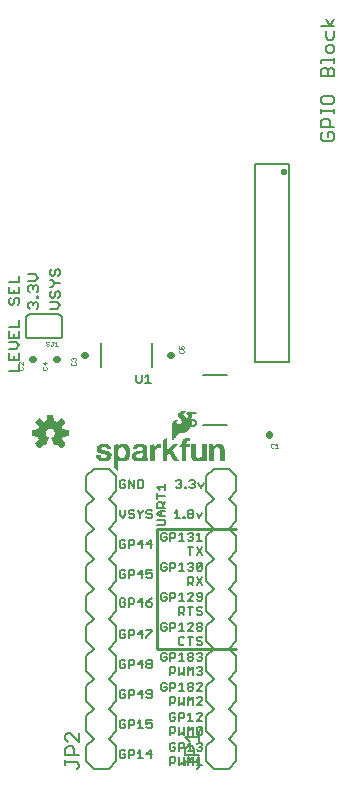
<source format=gbr>
G04 EAGLE Gerber RS-274X export*
G75*
%MOMM*%
%FSLAX34Y34*%
%LPD*%
%INSilkscreen Top*%
%IPPOS*%
%AMOC8*
5,1,8,0,0,1.08239X$1,22.5*%
G01*
%ADD10C,0.203200*%
%ADD11C,0.127000*%
%ADD12C,0.254000*%
%ADD13C,0.152400*%
%ADD14C,0.304800*%
%ADD15C,0.558800*%
%ADD16C,0.025400*%

G36*
X67740Y5226D02*
X67740Y5226D01*
X67848Y5236D01*
X67861Y5242D01*
X67875Y5244D01*
X67972Y5292D01*
X68071Y5337D01*
X68084Y5348D01*
X68093Y5352D01*
X68108Y5368D01*
X68185Y5430D01*
X70770Y8015D01*
X70833Y8104D01*
X70899Y8189D01*
X70904Y8202D01*
X70912Y8214D01*
X70943Y8317D01*
X70979Y8420D01*
X70979Y8434D01*
X70983Y8447D01*
X70979Y8555D01*
X70980Y8664D01*
X70975Y8677D01*
X70975Y8691D01*
X70937Y8793D01*
X70902Y8895D01*
X70893Y8910D01*
X70889Y8919D01*
X70875Y8936D01*
X70821Y9018D01*
X68057Y12408D01*
X68614Y13490D01*
X68620Y13510D01*
X68662Y13605D01*
X69033Y14764D01*
X73384Y15207D01*
X73488Y15235D01*
X73594Y15260D01*
X73606Y15267D01*
X73619Y15270D01*
X73709Y15331D01*
X73802Y15388D01*
X73810Y15399D01*
X73822Y15407D01*
X73888Y15493D01*
X73957Y15577D01*
X73961Y15590D01*
X73970Y15601D01*
X74004Y15704D01*
X74043Y15805D01*
X74044Y15823D01*
X74048Y15832D01*
X74048Y15854D01*
X74057Y15952D01*
X74057Y19608D01*
X74040Y19715D01*
X74026Y19823D01*
X74020Y19835D01*
X74018Y19849D01*
X73966Y19945D01*
X73919Y20042D01*
X73909Y20052D01*
X73903Y20064D01*
X73823Y20138D01*
X73747Y20215D01*
X73735Y20221D01*
X73725Y20231D01*
X73626Y20276D01*
X73529Y20324D01*
X73511Y20328D01*
X73502Y20332D01*
X73481Y20334D01*
X73384Y20353D01*
X69033Y20796D01*
X68662Y21955D01*
X68653Y21972D01*
X68651Y21980D01*
X68647Y21987D01*
X68614Y22070D01*
X68057Y23152D01*
X70821Y26542D01*
X70875Y26636D01*
X70932Y26728D01*
X70935Y26741D01*
X70942Y26753D01*
X70963Y26860D01*
X70988Y26965D01*
X70986Y26979D01*
X70989Y26993D01*
X70974Y27100D01*
X70964Y27208D01*
X70958Y27221D01*
X70956Y27235D01*
X70908Y27332D01*
X70863Y27431D01*
X70852Y27444D01*
X70848Y27453D01*
X70832Y27468D01*
X70770Y27545D01*
X68185Y30130D01*
X68096Y30193D01*
X68011Y30259D01*
X67998Y30264D01*
X67986Y30272D01*
X67883Y30303D01*
X67780Y30339D01*
X67766Y30339D01*
X67753Y30343D01*
X67645Y30339D01*
X67536Y30340D01*
X67523Y30335D01*
X67509Y30335D01*
X67407Y30297D01*
X67305Y30262D01*
X67290Y30253D01*
X67281Y30249D01*
X67264Y30235D01*
X67182Y30181D01*
X63792Y27417D01*
X62710Y27974D01*
X62690Y27980D01*
X62595Y28022D01*
X61436Y28393D01*
X60993Y32744D01*
X60965Y32848D01*
X60940Y32954D01*
X60933Y32966D01*
X60930Y32979D01*
X60869Y33069D01*
X60812Y33162D01*
X60801Y33170D01*
X60793Y33182D01*
X60707Y33248D01*
X60623Y33317D01*
X60610Y33321D01*
X60599Y33330D01*
X60496Y33364D01*
X60395Y33403D01*
X60377Y33404D01*
X60368Y33408D01*
X60346Y33408D01*
X60248Y33417D01*
X56592Y33417D01*
X56485Y33400D01*
X56377Y33386D01*
X56365Y33380D01*
X56351Y33378D01*
X56255Y33326D01*
X56158Y33279D01*
X56148Y33269D01*
X56136Y33263D01*
X56062Y33183D01*
X55985Y33107D01*
X55979Y33095D01*
X55969Y33085D01*
X55924Y32986D01*
X55876Y32889D01*
X55872Y32871D01*
X55868Y32862D01*
X55866Y32841D01*
X55847Y32744D01*
X55404Y28393D01*
X54245Y28022D01*
X54227Y28012D01*
X54130Y27974D01*
X53048Y27417D01*
X49658Y30181D01*
X49564Y30235D01*
X49472Y30292D01*
X49459Y30295D01*
X49447Y30302D01*
X49340Y30323D01*
X49235Y30348D01*
X49221Y30346D01*
X49207Y30349D01*
X49100Y30334D01*
X48992Y30324D01*
X48979Y30318D01*
X48966Y30316D01*
X48868Y30268D01*
X48769Y30223D01*
X48756Y30212D01*
X48747Y30208D01*
X48732Y30192D01*
X48655Y30130D01*
X46070Y27545D01*
X46007Y27456D01*
X45941Y27371D01*
X45936Y27358D01*
X45928Y27346D01*
X45897Y27243D01*
X45861Y27140D01*
X45861Y27126D01*
X45857Y27113D01*
X45861Y27005D01*
X45860Y26896D01*
X45865Y26883D01*
X45865Y26869D01*
X45903Y26767D01*
X45938Y26665D01*
X45947Y26650D01*
X45951Y26641D01*
X45965Y26624D01*
X46019Y26542D01*
X48783Y23152D01*
X48226Y22070D01*
X48220Y22050D01*
X48178Y21955D01*
X47807Y20796D01*
X43456Y20353D01*
X43352Y20325D01*
X43246Y20300D01*
X43234Y20293D01*
X43221Y20290D01*
X43131Y20229D01*
X43038Y20172D01*
X43030Y20161D01*
X43018Y20153D01*
X42952Y20067D01*
X42884Y19983D01*
X42879Y19970D01*
X42870Y19959D01*
X42836Y19856D01*
X42797Y19755D01*
X42796Y19737D01*
X42792Y19728D01*
X42793Y19706D01*
X42783Y19608D01*
X42783Y15952D01*
X42800Y15845D01*
X42814Y15737D01*
X42820Y15725D01*
X42822Y15711D01*
X42874Y15615D01*
X42921Y15518D01*
X42931Y15508D01*
X42937Y15496D01*
X43017Y15422D01*
X43093Y15345D01*
X43105Y15339D01*
X43116Y15329D01*
X43214Y15284D01*
X43311Y15236D01*
X43329Y15232D01*
X43338Y15228D01*
X43359Y15226D01*
X43456Y15207D01*
X47807Y14764D01*
X48178Y13605D01*
X48188Y13587D01*
X48226Y13490D01*
X48783Y12408D01*
X46019Y9018D01*
X45965Y8924D01*
X45908Y8832D01*
X45905Y8819D01*
X45898Y8807D01*
X45877Y8700D01*
X45852Y8595D01*
X45854Y8581D01*
X45851Y8567D01*
X45866Y8460D01*
X45876Y8352D01*
X45882Y8339D01*
X45884Y8326D01*
X45932Y8228D01*
X45977Y8129D01*
X45988Y8116D01*
X45992Y8107D01*
X46008Y8092D01*
X46070Y8015D01*
X48655Y5430D01*
X48744Y5367D01*
X48829Y5301D01*
X48842Y5296D01*
X48854Y5288D01*
X48957Y5257D01*
X49060Y5221D01*
X49074Y5221D01*
X49087Y5217D01*
X49195Y5221D01*
X49304Y5220D01*
X49317Y5225D01*
X49331Y5225D01*
X49433Y5263D01*
X49535Y5298D01*
X49550Y5307D01*
X49559Y5311D01*
X49576Y5325D01*
X49658Y5379D01*
X53048Y8143D01*
X54130Y7586D01*
X54183Y7569D01*
X54232Y7543D01*
X54298Y7532D01*
X54362Y7511D01*
X54418Y7512D01*
X54472Y7503D01*
X54539Y7514D01*
X54606Y7515D01*
X54658Y7533D01*
X54713Y7542D01*
X54773Y7574D01*
X54836Y7597D01*
X54879Y7631D01*
X54929Y7657D01*
X54975Y7706D01*
X55027Y7748D01*
X55058Y7795D01*
X55096Y7835D01*
X55152Y7940D01*
X55160Y7953D01*
X55161Y7958D01*
X55165Y7965D01*
X57318Y13162D01*
X57338Y13246D01*
X57343Y13258D01*
X57345Y13274D01*
X57370Y13360D01*
X57369Y13380D01*
X57374Y13400D01*
X57366Y13482D01*
X57367Y13501D01*
X57363Y13521D01*
X57359Y13604D01*
X57352Y13623D01*
X57350Y13643D01*
X57318Y13712D01*
X57312Y13739D01*
X57297Y13763D01*
X57270Y13832D01*
X57257Y13847D01*
X57249Y13865D01*
X57204Y13914D01*
X57184Y13946D01*
X57152Y13972D01*
X57113Y14018D01*
X57092Y14033D01*
X57082Y14043D01*
X57061Y14055D01*
X56998Y14099D01*
X56995Y14101D01*
X56994Y14101D01*
X56992Y14103D01*
X56108Y14598D01*
X55429Y15225D01*
X54915Y15994D01*
X54595Y16862D01*
X54487Y17779D01*
X54600Y18714D01*
X54931Y19595D01*
X55463Y20372D01*
X56164Y21001D01*
X56994Y21444D01*
X57906Y21678D01*
X58848Y21688D01*
X59764Y21474D01*
X60604Y21049D01*
X61318Y20436D01*
X61867Y19671D01*
X62218Y18797D01*
X62351Y17865D01*
X62259Y16928D01*
X61947Y16040D01*
X61432Y15252D01*
X60745Y14608D01*
X59846Y14102D01*
X59806Y14069D01*
X59764Y14047D01*
X59733Y14014D01*
X59685Y13979D01*
X59672Y13962D01*
X59656Y13949D01*
X59621Y13895D01*
X59597Y13869D01*
X59584Y13838D01*
X59542Y13781D01*
X59536Y13761D01*
X59525Y13743D01*
X59507Y13670D01*
X59497Y13647D01*
X59494Y13623D01*
X59471Y13548D01*
X59472Y13527D01*
X59467Y13506D01*
X59474Y13422D01*
X59473Y13404D01*
X59476Y13388D01*
X59479Y13304D01*
X59487Y13278D01*
X59488Y13263D01*
X59498Y13241D01*
X59522Y13162D01*
X59830Y12417D01*
X59831Y12417D01*
X60141Y11668D01*
X60451Y10919D01*
X60451Y10918D01*
X60762Y10170D01*
X60762Y10169D01*
X61072Y9420D01*
X61382Y8671D01*
X61383Y8671D01*
X61675Y7965D01*
X61704Y7918D01*
X61725Y7866D01*
X61768Y7815D01*
X61804Y7758D01*
X61847Y7723D01*
X61883Y7680D01*
X61940Y7646D01*
X61992Y7603D01*
X62044Y7584D01*
X62092Y7555D01*
X62158Y7541D01*
X62221Y7517D01*
X62276Y7515D01*
X62330Y7504D01*
X62397Y7511D01*
X62464Y7509D01*
X62518Y7525D01*
X62573Y7532D01*
X62684Y7576D01*
X62698Y7580D01*
X62702Y7583D01*
X62710Y7586D01*
X63792Y8143D01*
X67182Y5379D01*
X67276Y5325D01*
X67368Y5268D01*
X67381Y5265D01*
X67393Y5258D01*
X67500Y5237D01*
X67605Y5212D01*
X67619Y5214D01*
X67633Y5211D01*
X67740Y5226D01*
G37*
G36*
X161666Y11257D02*
X161666Y11257D01*
X161668Y11257D01*
X161868Y11557D01*
X162168Y11856D01*
X162168Y11857D01*
X162468Y12257D01*
X162968Y12756D01*
X162968Y12757D01*
X163468Y13357D01*
X164068Y13956D01*
X164068Y13957D01*
X164568Y14657D01*
X165868Y15956D01*
X165868Y15957D01*
X166368Y16556D01*
X166867Y16956D01*
X167367Y17356D01*
X167866Y17655D01*
X168464Y17755D01*
X170364Y17755D01*
X170365Y17755D01*
X171565Y17955D01*
X172665Y18255D01*
X172666Y18256D01*
X172666Y18255D01*
X173666Y18655D01*
X173666Y18656D01*
X173667Y18656D01*
X174667Y19256D01*
X175467Y19956D01*
X175468Y19956D01*
X176268Y20756D01*
X176268Y20757D01*
X176968Y21657D01*
X176968Y21658D01*
X177968Y23458D01*
X177969Y23459D01*
X178469Y25259D01*
X178468Y25259D01*
X178469Y25260D01*
X178569Y27060D01*
X178569Y27061D01*
X178269Y28661D01*
X178268Y28661D01*
X178269Y28662D01*
X177769Y30062D01*
X177768Y30062D01*
X177768Y30063D01*
X177068Y31263D01*
X176268Y32163D01*
X176267Y32163D01*
X176266Y32164D01*
X175466Y32564D01*
X175465Y32564D01*
X175465Y32565D01*
X175463Y32564D01*
X175460Y32563D01*
X175460Y32561D01*
X175459Y32560D01*
X175459Y31761D01*
X175359Y31462D01*
X175260Y31163D01*
X174962Y30965D01*
X174663Y30865D01*
X173965Y30865D01*
X173166Y31264D01*
X172867Y31464D01*
X172467Y31764D01*
X172167Y31964D01*
X171868Y32263D01*
X171668Y32662D01*
X171668Y32663D01*
X171469Y32962D01*
X171369Y33361D01*
X171369Y33362D01*
X171269Y33660D01*
X171369Y33958D01*
X171468Y34158D01*
X171469Y34158D01*
X171569Y34458D01*
X171768Y34756D01*
X172167Y35056D01*
X172566Y35255D01*
X173065Y35355D01*
X173465Y35455D01*
X173763Y35455D01*
X174062Y35355D01*
X174063Y35356D01*
X174064Y35355D01*
X174364Y35355D01*
X174365Y35356D01*
X174367Y35356D01*
X174367Y35358D01*
X174369Y35359D01*
X174367Y35361D01*
X174368Y35364D01*
X174268Y35464D01*
X174267Y35464D01*
X173867Y35764D01*
X173866Y35764D01*
X173266Y36064D01*
X173266Y36065D01*
X172466Y36365D01*
X171566Y36665D01*
X171565Y36664D01*
X171564Y36665D01*
X170564Y36665D01*
X170563Y36665D01*
X169463Y36465D01*
X169462Y36464D01*
X168362Y35864D01*
X168361Y35864D01*
X167461Y35064D01*
X167461Y35063D01*
X167460Y35063D01*
X166960Y34363D01*
X166960Y34362D01*
X166959Y34362D01*
X166659Y33462D01*
X166659Y33461D01*
X166660Y33461D01*
X166659Y33460D01*
X166659Y32660D01*
X166660Y32659D01*
X166659Y32659D01*
X166859Y31759D01*
X166860Y31758D01*
X167360Y30858D01*
X167360Y30857D01*
X168060Y30057D01*
X168860Y29157D01*
X169560Y28357D01*
X169859Y27659D01*
X169859Y26961D01*
X169660Y26363D01*
X169261Y25864D01*
X168662Y25465D01*
X167863Y25265D01*
X167064Y25265D01*
X166565Y25365D01*
X166066Y25564D01*
X165767Y25764D01*
X165468Y26063D01*
X165269Y26462D01*
X165169Y26761D01*
X165169Y27059D01*
X165269Y27358D01*
X165468Y27657D01*
X165867Y28056D01*
X166166Y28155D01*
X166166Y28156D01*
X166566Y28356D01*
X166567Y28357D01*
X166568Y28356D01*
X166668Y28456D01*
X166668Y28457D01*
X166668Y28459D01*
X166668Y28463D01*
X166667Y28463D01*
X166666Y28464D01*
X166466Y28564D01*
X166465Y28564D01*
X166464Y28565D01*
X166265Y28565D01*
X165865Y28665D01*
X165864Y28664D01*
X165864Y28665D01*
X165064Y28665D01*
X165063Y28665D01*
X164463Y28565D01*
X164463Y28564D01*
X164462Y28565D01*
X163462Y28165D01*
X163462Y28164D01*
X163461Y28164D01*
X163061Y27864D01*
X162561Y27564D01*
X162561Y27563D01*
X162560Y27563D01*
X162260Y27063D01*
X162260Y27062D01*
X161960Y26462D01*
X161959Y26462D01*
X161759Y25862D01*
X161760Y25861D01*
X161759Y25861D01*
X161559Y24061D01*
X161559Y24060D01*
X161559Y11260D01*
X161563Y11255D01*
X161564Y11255D01*
X161664Y11255D01*
X161666Y11257D01*
G37*
G36*
X115865Y-14244D02*
X115865Y-14244D01*
X115867Y-14244D01*
X115867Y-14242D01*
X115869Y-14241D01*
X115869Y-14240D01*
X115869Y-4045D01*
X115962Y-4045D01*
X116760Y-5043D01*
X116761Y-5043D01*
X116761Y-5044D01*
X117761Y-5644D01*
X117762Y-5644D01*
X118362Y-5944D01*
X118363Y-5944D01*
X118363Y-5945D01*
X120163Y-6245D01*
X120164Y-6245D01*
X120165Y-6245D01*
X121665Y-6045D01*
X121665Y-6044D01*
X121666Y-6045D01*
X122866Y-5645D01*
X122866Y-5644D01*
X122867Y-5644D01*
X123967Y-4844D01*
X123968Y-4844D01*
X124868Y-3944D01*
X124868Y-3943D01*
X124868Y-3942D01*
X125468Y-2842D01*
X125469Y-2842D01*
X125969Y-1642D01*
X125968Y-1641D01*
X125969Y-1641D01*
X126269Y-341D01*
X126269Y-340D01*
X126271Y-306D01*
X126274Y-271D01*
X126276Y-236D01*
X126279Y-201D01*
X126281Y-166D01*
X126284Y-131D01*
X126286Y-96D01*
X126289Y-61D01*
X126291Y-26D01*
X126293Y-1D01*
X126297Y54D01*
X126298Y69D01*
X126302Y124D01*
X126303Y139D01*
X126307Y193D01*
X126308Y208D01*
X126312Y263D01*
X126313Y278D01*
X126317Y332D01*
X126318Y347D01*
X126322Y402D01*
X126323Y417D01*
X126327Y471D01*
X126328Y486D01*
X126332Y541D01*
X126333Y556D01*
X126337Y611D01*
X126338Y625D01*
X126342Y680D01*
X126343Y695D01*
X126347Y750D01*
X126348Y765D01*
X126352Y819D01*
X126353Y834D01*
X126357Y889D01*
X126358Y904D01*
X126362Y958D01*
X126363Y973D01*
X126367Y1028D01*
X126368Y1043D01*
X126369Y1060D01*
X126269Y2560D01*
X126269Y2561D01*
X125969Y3961D01*
X125569Y5261D01*
X125568Y5262D01*
X125568Y5263D01*
X124868Y6363D01*
X123968Y7363D01*
X123967Y7363D01*
X123967Y7364D01*
X122867Y8064D01*
X122866Y8064D01*
X122866Y8065D01*
X121466Y8565D01*
X121465Y8564D01*
X121464Y8565D01*
X121447Y8566D01*
X121372Y8571D01*
X121298Y8576D01*
X121297Y8576D01*
X121223Y8581D01*
X121149Y8586D01*
X121148Y8586D01*
X121074Y8591D01*
X120999Y8596D01*
X120925Y8601D01*
X120850Y8606D01*
X120776Y8611D01*
X120701Y8616D01*
X120627Y8621D01*
X120552Y8626D01*
X120478Y8631D01*
X120403Y8636D01*
X120329Y8641D01*
X120254Y8646D01*
X120180Y8651D01*
X120105Y8656D01*
X120031Y8661D01*
X120030Y8661D01*
X119964Y8665D01*
X119264Y8665D01*
X119263Y8665D01*
X118063Y8465D01*
X118062Y8464D01*
X118061Y8464D01*
X117061Y7864D01*
X116561Y7464D01*
X116560Y7464D01*
X116160Y7064D01*
X116160Y7063D01*
X115769Y6574D01*
X115769Y8360D01*
X115768Y8361D01*
X115765Y8365D01*
X115764Y8364D01*
X115763Y8365D01*
X114763Y8165D01*
X114363Y8065D01*
X113863Y7965D01*
X113463Y7865D01*
X112964Y7865D01*
X112963Y7865D01*
X112463Y7765D01*
X112063Y7665D01*
X112060Y7661D01*
X112059Y7660D01*
X112059Y-10840D01*
X112061Y-10842D01*
X112061Y-10844D01*
X112561Y-11244D01*
X113460Y-12144D01*
X113461Y-12144D01*
X114961Y-13344D01*
X115860Y-14244D01*
X115862Y-14244D01*
X115863Y-14245D01*
X115864Y-14245D01*
X115865Y-14244D01*
G37*
G36*
X132964Y-6245D02*
X132964Y-6245D01*
X132965Y-6244D01*
X132966Y-6245D01*
X133265Y-6145D01*
X133664Y-6145D01*
X133665Y-6144D01*
X133666Y-6145D01*
X133965Y-6045D01*
X134264Y-6045D01*
X134265Y-6044D01*
X134266Y-6045D01*
X135466Y-5645D01*
X135466Y-5644D01*
X135467Y-5644D01*
X135766Y-5445D01*
X136066Y-5345D01*
X136066Y-5344D01*
X136067Y-5344D01*
X136367Y-5144D01*
X136368Y-5144D01*
X136567Y-4944D01*
X136867Y-4744D01*
X136867Y-4743D01*
X136868Y-4743D01*
X137059Y-4456D01*
X137059Y-5040D01*
X137061Y-5042D01*
X137060Y-5044D01*
X137159Y-5142D01*
X137159Y-5440D01*
X137161Y-5442D01*
X137160Y-5444D01*
X137259Y-5542D01*
X137259Y-5640D01*
X137261Y-5642D01*
X137260Y-5644D01*
X137359Y-5742D01*
X137359Y-5840D01*
X137363Y-5845D01*
X137364Y-5845D01*
X141264Y-5845D01*
X141269Y-5841D01*
X141269Y-5840D01*
X141269Y-5740D01*
X141267Y-5738D01*
X141268Y-5736D01*
X141168Y-5637D01*
X141069Y-5439D01*
X141069Y-5140D01*
X141068Y-5139D01*
X141068Y-5138D01*
X140969Y-4939D01*
X140969Y-4740D01*
X140968Y-4739D01*
X140968Y-4738D01*
X140869Y-4539D01*
X140869Y-3640D01*
X140868Y-3639D01*
X140868Y-3638D01*
X140769Y-3439D01*
X140769Y5260D01*
X140769Y5261D01*
X140669Y5761D01*
X140668Y5761D01*
X140669Y5762D01*
X140469Y6262D01*
X140468Y6262D01*
X140268Y6662D01*
X140268Y6663D01*
X139968Y7063D01*
X139967Y7063D01*
X139967Y7064D01*
X138767Y7964D01*
X138766Y7964D01*
X138766Y7965D01*
X138266Y8165D01*
X138265Y8164D01*
X138265Y8165D01*
X137765Y8265D01*
X137266Y8465D01*
X137265Y8464D01*
X137265Y8465D01*
X136765Y8565D01*
X136764Y8565D01*
X136164Y8565D01*
X135665Y8665D01*
X135664Y8665D01*
X133364Y8665D01*
X133363Y8665D01*
X132863Y8565D01*
X132263Y8465D01*
X132263Y8464D01*
X132262Y8465D01*
X131663Y8265D01*
X131163Y8165D01*
X131163Y8164D01*
X131162Y8165D01*
X130662Y7965D01*
X130662Y7964D01*
X130661Y7964D01*
X129661Y7364D01*
X129261Y7064D01*
X129261Y7063D01*
X129260Y7063D01*
X128960Y6663D01*
X128660Y6163D01*
X128360Y5763D01*
X128360Y5762D01*
X128359Y5762D01*
X128159Y5162D01*
X128160Y5161D01*
X128159Y5161D01*
X127959Y3961D01*
X127960Y3960D01*
X127963Y3955D01*
X127963Y3956D01*
X127964Y3955D01*
X131864Y3955D01*
X131869Y3959D01*
X131869Y3960D01*
X131869Y4459D01*
X131968Y4658D01*
X131969Y4658D01*
X132069Y4958D01*
X132168Y5157D01*
X132567Y5556D01*
X133565Y6055D01*
X135363Y6055D01*
X135562Y5956D01*
X135563Y5956D01*
X135564Y5955D01*
X135763Y5955D01*
X136360Y5656D01*
X136460Y5458D01*
X136461Y5457D01*
X136460Y5456D01*
X136560Y5357D01*
X136859Y4759D01*
X136859Y3662D01*
X136561Y3264D01*
X136062Y2965D01*
X135463Y2765D01*
X134763Y2565D01*
X134063Y2465D01*
X131363Y2165D01*
X130563Y1965D01*
X130562Y1965D01*
X129762Y1665D01*
X129762Y1664D01*
X129062Y1264D01*
X129061Y1264D01*
X128361Y664D01*
X128361Y663D01*
X128360Y662D01*
X127960Y-38D01*
X127959Y-38D01*
X127659Y-938D01*
X127659Y-939D01*
X127459Y-2039D01*
X127460Y-2040D01*
X127459Y-2041D01*
X127559Y-2541D01*
X127559Y-3040D01*
X127560Y-3041D01*
X127560Y-3042D01*
X127759Y-3442D01*
X127859Y-3941D01*
X127860Y-3942D01*
X127860Y-3943D01*
X128060Y-4243D01*
X128360Y-4643D01*
X128560Y-4943D01*
X128561Y-4943D01*
X128560Y-4944D01*
X128860Y-5244D01*
X128862Y-5244D01*
X129262Y-5444D01*
X129561Y-5644D01*
X129562Y-5644D01*
X129962Y-5844D01*
X129962Y-5845D01*
X130462Y-6045D01*
X130463Y-6044D01*
X130463Y-6045D01*
X130863Y-6145D01*
X130864Y-6145D01*
X131364Y-6145D01*
X131863Y-6245D01*
X131864Y-6245D01*
X132964Y-6245D01*
X132964Y-6245D01*
G37*
G36*
X157469Y-5841D02*
X157469Y-5841D01*
X157469Y-5840D01*
X157469Y-942D01*
X158963Y452D01*
X162860Y-5843D01*
X162863Y-5844D01*
X162864Y-5845D01*
X167564Y-5845D01*
X167565Y-5844D01*
X167566Y-5844D01*
X167567Y-5843D01*
X167569Y-5841D01*
X167568Y-5839D01*
X167568Y-5837D01*
X161670Y3159D01*
X166968Y8356D01*
X166968Y8358D01*
X166969Y8359D01*
X166968Y8361D01*
X166968Y8363D01*
X166966Y8363D01*
X166964Y8365D01*
X162364Y8365D01*
X162362Y8363D01*
X162360Y8363D01*
X157469Y3272D01*
X157469Y13660D01*
X157468Y13661D01*
X157469Y13662D01*
X157467Y13662D01*
X157465Y13665D01*
X157464Y13664D01*
X157462Y13664D01*
X153562Y11564D01*
X153560Y11561D01*
X153559Y11560D01*
X153559Y-5840D01*
X153563Y-5845D01*
X153564Y-5845D01*
X157464Y-5845D01*
X157469Y-5841D01*
G37*
G36*
X196869Y-5841D02*
X196869Y-5841D01*
X196869Y-5840D01*
X196869Y2560D01*
X196969Y3459D01*
X197269Y4158D01*
X197568Y4657D01*
X197967Y5156D01*
X198466Y5455D01*
X199065Y5555D01*
X199864Y5655D01*
X200463Y5555D01*
X200962Y5455D01*
X201461Y5156D01*
X201760Y4757D01*
X202059Y4258D01*
X202159Y3659D01*
X202259Y2959D01*
X202359Y2160D01*
X202359Y-5840D01*
X202363Y-5845D01*
X202364Y-5845D01*
X206264Y-5845D01*
X206269Y-5841D01*
X206269Y-5840D01*
X206269Y2860D01*
X206169Y4160D01*
X206169Y4161D01*
X205969Y5261D01*
X205669Y6261D01*
X205668Y6262D01*
X205668Y6263D01*
X205168Y7063D01*
X205168Y7064D01*
X204468Y7764D01*
X204467Y7764D01*
X204466Y7764D01*
X203566Y8264D01*
X203565Y8265D01*
X202465Y8565D01*
X202464Y8565D01*
X202448Y8566D01*
X202378Y8571D01*
X202309Y8576D01*
X202239Y8581D01*
X202170Y8586D01*
X202169Y8586D01*
X202100Y8591D01*
X202030Y8596D01*
X201961Y8601D01*
X201891Y8606D01*
X201822Y8611D01*
X201752Y8616D01*
X201683Y8621D01*
X201613Y8626D01*
X201544Y8631D01*
X201543Y8631D01*
X201474Y8636D01*
X201404Y8641D01*
X201335Y8646D01*
X201265Y8651D01*
X201196Y8656D01*
X201126Y8661D01*
X201064Y8665D01*
X200464Y8665D01*
X200463Y8665D01*
X199863Y8565D01*
X199863Y8564D01*
X199862Y8565D01*
X198662Y8165D01*
X198662Y8164D01*
X198661Y8164D01*
X198061Y7764D01*
X197561Y7364D01*
X197560Y7364D01*
X197160Y6964D01*
X197160Y6963D01*
X196761Y6365D01*
X196669Y6365D01*
X196669Y8360D01*
X196665Y8365D01*
X196664Y8365D01*
X192964Y8365D01*
X192959Y8361D01*
X192959Y8360D01*
X192959Y-5840D01*
X192963Y-5845D01*
X192964Y-5845D01*
X196864Y-5845D01*
X196869Y-5841D01*
G37*
G36*
X182765Y-6245D02*
X182765Y-6245D01*
X183365Y-6145D01*
X184065Y-6045D01*
X184065Y-6044D01*
X184066Y-6045D01*
X184666Y-5845D01*
X185166Y-5645D01*
X185166Y-5644D01*
X185766Y-5344D01*
X185767Y-5344D01*
X186267Y-4944D01*
X186267Y-4943D01*
X186268Y-4943D01*
X186668Y-4443D01*
X187067Y-3845D01*
X187159Y-3845D01*
X187159Y-5840D01*
X187163Y-5845D01*
X187164Y-5845D01*
X190864Y-5845D01*
X190869Y-5841D01*
X190869Y-5840D01*
X190869Y8360D01*
X190865Y8365D01*
X190864Y8365D01*
X186964Y8365D01*
X186959Y8361D01*
X186959Y8360D01*
X186959Y-140D01*
X186859Y-939D01*
X186559Y-1638D01*
X186260Y-2237D01*
X185861Y-2636D01*
X185362Y-2935D01*
X184763Y-3035D01*
X183964Y-3135D01*
X183365Y-3035D01*
X182866Y-2935D01*
X182367Y-2636D01*
X182068Y-2237D01*
X181769Y-1838D01*
X181669Y-1239D01*
X181469Y360D01*
X181469Y8360D01*
X181465Y8365D01*
X181464Y8365D01*
X177664Y8365D01*
X177659Y8361D01*
X177659Y8360D01*
X177659Y-1640D01*
X177659Y-1641D01*
X177859Y-2741D01*
X178159Y-3741D01*
X178160Y-3742D01*
X178660Y-4642D01*
X178661Y-4643D01*
X178661Y-4644D01*
X179361Y-5244D01*
X179362Y-5244D01*
X180262Y-5744D01*
X180262Y-5745D01*
X181362Y-6145D01*
X181363Y-6144D01*
X181364Y-6145D01*
X181434Y-6150D01*
X181504Y-6155D01*
X181574Y-6160D01*
X181644Y-6165D01*
X181714Y-6170D01*
X181784Y-6175D01*
X181854Y-6180D01*
X181924Y-6185D01*
X181994Y-6190D01*
X182064Y-6195D01*
X182134Y-6200D01*
X182204Y-6205D01*
X182274Y-6210D01*
X182344Y-6215D01*
X182414Y-6220D01*
X182484Y-6225D01*
X182554Y-6230D01*
X182624Y-6235D01*
X182694Y-6240D01*
X182764Y-6245D01*
X182765Y-6245D01*
G37*
G36*
X105164Y-6145D02*
X105164Y-6145D01*
X105165Y-6145D01*
X106365Y-5945D01*
X107465Y-5645D01*
X107466Y-5644D01*
X108466Y-5144D01*
X108467Y-5144D01*
X109267Y-4444D01*
X109267Y-4443D01*
X109268Y-4443D01*
X109868Y-3643D01*
X109868Y-3642D01*
X109869Y-3642D01*
X110269Y-2542D01*
X110268Y-2541D01*
X110269Y-2541D01*
X110469Y-1241D01*
X110469Y-1240D01*
X110468Y-1240D01*
X110469Y-1239D01*
X110369Y-339D01*
X110368Y-339D01*
X110369Y-338D01*
X110069Y362D01*
X110068Y362D01*
X110068Y363D01*
X109668Y963D01*
X109667Y963D01*
X109667Y964D01*
X109067Y1464D01*
X109066Y1464D01*
X107666Y2264D01*
X107665Y2265D01*
X106765Y2465D01*
X104365Y3065D01*
X103565Y3165D01*
X102966Y3365D01*
X102367Y3664D01*
X101968Y3964D01*
X101669Y4362D01*
X101569Y4761D01*
X101569Y5159D01*
X101768Y5457D01*
X101967Y5756D01*
X102265Y5855D01*
X102665Y5955D01*
X102666Y5955D01*
X102965Y6055D01*
X104663Y6055D01*
X105162Y5856D01*
X105562Y5656D01*
X105860Y5456D01*
X106060Y5158D01*
X106259Y4659D01*
X106359Y4159D01*
X106363Y4156D01*
X106364Y4155D01*
X110064Y4155D01*
X110065Y4156D01*
X110069Y4159D01*
X110068Y4160D01*
X110069Y4161D01*
X109869Y5361D01*
X109868Y5361D01*
X109868Y5362D01*
X109368Y6362D01*
X109368Y6363D01*
X108768Y7163D01*
X108767Y7163D01*
X108767Y7164D01*
X107967Y7764D01*
X107966Y7764D01*
X107966Y7765D01*
X107066Y8165D01*
X107066Y8164D01*
X107065Y8165D01*
X106065Y8465D01*
X104965Y8665D01*
X104964Y8665D01*
X102664Y8665D01*
X102663Y8665D01*
X101563Y8465D01*
X100563Y8265D01*
X100563Y8264D01*
X100562Y8264D01*
X99562Y7764D01*
X99561Y7764D01*
X98861Y7164D01*
X98861Y7163D01*
X98860Y7163D01*
X98160Y6363D01*
X98160Y6362D01*
X98159Y6362D01*
X97759Y5362D01*
X97760Y5361D01*
X97759Y5360D01*
X97659Y4160D01*
X97659Y4159D01*
X97759Y3259D01*
X97760Y3259D01*
X97759Y3258D01*
X98059Y2558D01*
X98060Y2558D01*
X98060Y2557D01*
X98460Y1957D01*
X98461Y1957D01*
X98461Y1956D01*
X99061Y1556D01*
X99062Y1556D01*
X99762Y1156D01*
X99762Y1155D01*
X100462Y855D01*
X101262Y555D01*
X101263Y556D01*
X101263Y555D01*
X102163Y355D01*
X103163Y155D01*
X104763Y-245D01*
X105362Y-445D01*
X105861Y-744D01*
X106260Y-1043D01*
X106459Y-1442D01*
X106559Y-1840D01*
X106459Y-2239D01*
X106360Y-2637D01*
X106061Y-2936D01*
X105661Y-3236D01*
X105262Y-3435D01*
X104863Y-3535D01*
X104464Y-3535D01*
X104463Y-3536D01*
X104463Y-3535D01*
X104064Y-3635D01*
X103465Y-3535D01*
X102965Y-3435D01*
X102366Y-3335D01*
X101967Y-3036D01*
X101568Y-2736D01*
X101268Y-2337D01*
X101069Y-1839D01*
X101069Y-1240D01*
X101065Y-1235D01*
X101064Y-1235D01*
X97364Y-1235D01*
X97359Y-1239D01*
X97360Y-1240D01*
X97359Y-1241D01*
X97559Y-2541D01*
X97560Y-2541D01*
X97559Y-2542D01*
X97959Y-3542D01*
X97960Y-3542D01*
X97960Y-3543D01*
X98660Y-4443D01*
X98661Y-4443D01*
X98661Y-4444D01*
X99461Y-5144D01*
X99462Y-5144D01*
X100462Y-5644D01*
X100463Y-5645D01*
X101563Y-5945D01*
X102763Y-6145D01*
X102764Y-6145D01*
X103964Y-6245D01*
X105164Y-6145D01*
G37*
G36*
X173769Y-5841D02*
X173769Y-5841D01*
X173769Y-5840D01*
X173769Y5755D01*
X176464Y5755D01*
X176469Y5759D01*
X176469Y5760D01*
X176469Y8360D01*
X176465Y8365D01*
X176464Y8365D01*
X173769Y8365D01*
X173769Y9159D01*
X173869Y9559D01*
X173869Y9560D01*
X173869Y9959D01*
X173968Y10158D01*
X174167Y10456D01*
X174566Y10655D01*
X174965Y10755D01*
X176664Y10755D01*
X176669Y10759D01*
X176669Y10760D01*
X176669Y13560D01*
X176667Y13563D01*
X176666Y13564D01*
X176466Y13664D01*
X176465Y13664D01*
X176464Y13665D01*
X173564Y13665D01*
X173563Y13664D01*
X173563Y13665D01*
X172563Y13365D01*
X172562Y13364D01*
X171762Y12964D01*
X171761Y12964D01*
X171061Y12464D01*
X171061Y12463D01*
X171060Y12463D01*
X170560Y11863D01*
X170560Y11862D01*
X170559Y11862D01*
X170259Y11162D01*
X169959Y10362D01*
X169960Y10361D01*
X169959Y10360D01*
X169959Y8365D01*
X168764Y8365D01*
X168762Y8363D01*
X168760Y8363D01*
X168460Y7964D01*
X168061Y7664D01*
X168060Y7664D01*
X166461Y6064D01*
X166061Y5764D01*
X166061Y5762D01*
X166059Y5761D01*
X166060Y5760D01*
X166060Y5758D01*
X166062Y5757D01*
X166064Y5755D01*
X169959Y5755D01*
X169959Y-5840D01*
X169963Y-5845D01*
X169964Y-5845D01*
X173764Y-5845D01*
X173769Y-5841D01*
G37*
G36*
X146869Y-5841D02*
X146869Y-5841D01*
X146869Y-5840D01*
X146869Y1459D01*
X147069Y2359D01*
X147269Y3058D01*
X147668Y3757D01*
X148167Y4356D01*
X148866Y4755D01*
X149665Y4955D01*
X150665Y5055D01*
X151763Y5055D01*
X151962Y4956D01*
X151963Y4956D01*
X151964Y4955D01*
X152064Y4955D01*
X152069Y4959D01*
X152069Y4960D01*
X152069Y8560D01*
X152065Y8565D01*
X152064Y8565D01*
X151966Y8565D01*
X151868Y8664D01*
X151865Y8664D01*
X151864Y8665D01*
X150464Y8665D01*
X150463Y8664D01*
X150463Y8665D01*
X149763Y8465D01*
X149762Y8465D01*
X149162Y8265D01*
X149162Y8264D01*
X148462Y7864D01*
X148461Y7864D01*
X147961Y7464D01*
X147961Y7463D01*
X147960Y7463D01*
X147460Y6863D01*
X147060Y6363D01*
X147060Y6362D01*
X146669Y5679D01*
X146669Y8360D01*
X146669Y8361D01*
X146668Y8361D01*
X146665Y8365D01*
X146664Y8364D01*
X146663Y8365D01*
X146263Y8265D01*
X145763Y8165D01*
X145263Y8065D01*
X144863Y7965D01*
X144364Y7865D01*
X143864Y7865D01*
X143863Y7864D01*
X143863Y7865D01*
X143463Y7765D01*
X142963Y7665D01*
X142960Y7661D01*
X142959Y7660D01*
X142959Y-5840D01*
X142963Y-5845D01*
X142964Y-5845D01*
X146864Y-5845D01*
X146869Y-5841D01*
G37*
%LPC*%
G36*
X118265Y-3135D02*
X118265Y-3135D01*
X117566Y-2936D01*
X116967Y-2436D01*
X116468Y-1937D01*
X116169Y-1238D01*
X115969Y-439D01*
X115769Y361D01*
X115769Y2060D01*
X115769Y2061D01*
X115772Y2086D01*
X115773Y2091D01*
X115774Y2096D01*
X115774Y2101D01*
X115777Y2126D01*
X115778Y2131D01*
X115779Y2136D01*
X115779Y2141D01*
X115782Y2166D01*
X115783Y2171D01*
X115783Y2176D01*
X115784Y2176D01*
X115783Y2176D01*
X115784Y2181D01*
X115787Y2206D01*
X115788Y2210D01*
X115788Y2211D01*
X115788Y2215D01*
X115789Y2220D01*
X115792Y2245D01*
X115793Y2250D01*
X115793Y2255D01*
X115794Y2260D01*
X115797Y2285D01*
X115798Y2290D01*
X115798Y2295D01*
X115799Y2300D01*
X115802Y2325D01*
X115803Y2330D01*
X115803Y2335D01*
X115804Y2340D01*
X115807Y2365D01*
X115808Y2369D01*
X115808Y2370D01*
X115808Y2374D01*
X115809Y2379D01*
X115812Y2404D01*
X115813Y2409D01*
X115813Y2414D01*
X115814Y2419D01*
X115817Y2444D01*
X115818Y2449D01*
X115818Y2454D01*
X115819Y2459D01*
X115822Y2484D01*
X115823Y2489D01*
X115823Y2494D01*
X115824Y2499D01*
X115827Y2524D01*
X115828Y2528D01*
X115828Y2529D01*
X115828Y2533D01*
X115829Y2538D01*
X115832Y2563D01*
X115833Y2568D01*
X115833Y2573D01*
X115834Y2578D01*
X115837Y2603D01*
X115838Y2608D01*
X115838Y2613D01*
X115839Y2618D01*
X115842Y2643D01*
X115842Y2648D01*
X115843Y2648D01*
X115842Y2648D01*
X115843Y2653D01*
X115844Y2658D01*
X115847Y2683D01*
X115847Y2687D01*
X115847Y2688D01*
X115848Y2692D01*
X115849Y2697D01*
X115852Y2722D01*
X115852Y2727D01*
X115853Y2732D01*
X115854Y2737D01*
X115857Y2762D01*
X115857Y2767D01*
X115858Y2772D01*
X115859Y2777D01*
X115862Y2802D01*
X115862Y2807D01*
X115863Y2812D01*
X115864Y2817D01*
X115867Y2842D01*
X115867Y2846D01*
X115867Y2847D01*
X115868Y2851D01*
X115869Y2856D01*
X115869Y2859D01*
X116169Y3658D01*
X116468Y4357D01*
X116968Y4956D01*
X117467Y5356D01*
X118265Y5655D01*
X119064Y5755D01*
X119963Y5655D01*
X120662Y5356D01*
X121261Y4956D01*
X121760Y4357D01*
X122059Y3658D01*
X122359Y2859D01*
X122459Y2060D01*
X122459Y360D01*
X122456Y334D01*
X122455Y329D01*
X122454Y324D01*
X122451Y294D01*
X122450Y289D01*
X122449Y284D01*
X122446Y254D01*
X122445Y249D01*
X122445Y244D01*
X122444Y244D01*
X122445Y244D01*
X122441Y214D01*
X122440Y209D01*
X122440Y204D01*
X122436Y175D01*
X122435Y170D01*
X122435Y165D01*
X122431Y135D01*
X122430Y130D01*
X122430Y125D01*
X122426Y95D01*
X122425Y90D01*
X122425Y85D01*
X122421Y55D01*
X122420Y50D01*
X122420Y45D01*
X122416Y16D01*
X122415Y11D01*
X122415Y6D01*
X122359Y-439D01*
X122059Y-1238D01*
X121760Y-1937D01*
X121360Y-2437D01*
X120762Y-2935D01*
X119963Y-3135D01*
X119164Y-3235D01*
X118265Y-3135D01*
G37*
%LPD*%
%LPC*%
G36*
X133265Y-3635D02*
X133265Y-3635D01*
X133066Y-3536D01*
X133065Y-3536D01*
X133064Y-3535D01*
X132865Y-3535D01*
X132666Y-3436D01*
X132665Y-3436D01*
X132664Y-3435D01*
X132465Y-3435D01*
X132067Y-3236D01*
X131968Y-3136D01*
X131966Y-3136D01*
X131768Y-3036D01*
X131668Y-2838D01*
X131667Y-2837D01*
X131668Y-2836D01*
X131568Y-2737D01*
X131469Y-2539D01*
X131469Y-2340D01*
X131468Y-2339D01*
X131469Y-2338D01*
X131369Y-2039D01*
X131369Y-1541D01*
X131468Y-1342D01*
X131468Y-1341D01*
X131469Y-1341D01*
X131469Y-1340D01*
X131469Y-1141D01*
X131768Y-544D01*
X131966Y-444D01*
X131967Y-443D01*
X131968Y-444D01*
X132067Y-344D01*
X132466Y-144D01*
X132467Y-143D01*
X132468Y-144D01*
X132567Y-44D01*
X132766Y55D01*
X133065Y155D01*
X133264Y155D01*
X133265Y156D01*
X133266Y156D01*
X133465Y255D01*
X133864Y255D01*
X133865Y256D01*
X133866Y255D01*
X134165Y355D01*
X134564Y355D01*
X134565Y356D01*
X134566Y355D01*
X134865Y455D01*
X135064Y455D01*
X135065Y456D01*
X135066Y456D01*
X135265Y555D01*
X135664Y555D01*
X135665Y556D01*
X135666Y556D01*
X135865Y655D01*
X136064Y655D01*
X136065Y656D01*
X136066Y656D01*
X136465Y855D01*
X136664Y855D01*
X136666Y857D01*
X136668Y856D01*
X136859Y1048D01*
X136859Y-1239D01*
X136759Y-1538D01*
X136660Y-1738D01*
X136659Y-1738D01*
X136559Y-2038D01*
X136460Y-2337D01*
X136260Y-2536D01*
X136260Y-2537D01*
X136060Y-2837D01*
X135861Y-3036D01*
X135562Y-3235D01*
X135163Y-3335D01*
X135162Y-3336D01*
X134763Y-3535D01*
X134264Y-3535D01*
X134263Y-3535D01*
X133764Y-3635D01*
X133265Y-3635D01*
G37*
%LPD*%
D10*
X289806Y272294D02*
X288027Y270515D01*
X288027Y266956D01*
X289806Y265176D01*
X296925Y265176D01*
X298704Y266956D01*
X298704Y270515D01*
X296925Y272294D01*
X293365Y272294D01*
X293365Y268735D01*
X288027Y276870D02*
X298704Y276870D01*
X288027Y276870D02*
X288027Y282209D01*
X289806Y283988D01*
X293365Y283988D01*
X295145Y282209D01*
X295145Y276870D01*
X298704Y288564D02*
X298704Y292123D01*
X298704Y290343D02*
X288027Y290343D01*
X288027Y288564D02*
X288027Y292123D01*
X288027Y298139D02*
X288027Y301698D01*
X288027Y298139D02*
X289806Y296360D01*
X296925Y296360D01*
X298704Y298139D01*
X298704Y301698D01*
X296925Y303478D01*
X289806Y303478D01*
X288027Y301698D01*
X288027Y319748D02*
X298704Y319748D01*
X288027Y319748D02*
X288027Y325086D01*
X289806Y326866D01*
X291586Y326866D01*
X293365Y325086D01*
X295145Y326866D01*
X296925Y326866D01*
X298704Y325086D01*
X298704Y319748D01*
X293365Y319748D02*
X293365Y325086D01*
X288027Y331442D02*
X288027Y333221D01*
X298704Y333221D01*
X298704Y331442D02*
X298704Y335001D01*
X298704Y341017D02*
X298704Y344576D01*
X296925Y346356D01*
X293365Y346356D01*
X291586Y344576D01*
X291586Y341017D01*
X293365Y339238D01*
X296925Y339238D01*
X298704Y341017D01*
X291586Y352711D02*
X291586Y358050D01*
X291586Y352711D02*
X293365Y350932D01*
X296925Y350932D01*
X298704Y352711D01*
X298704Y358050D01*
X298704Y362626D02*
X288027Y362626D01*
X295145Y362626D02*
X298704Y367964D01*
X295145Y362626D02*
X291586Y367964D01*
D11*
X120907Y-72765D02*
X122051Y-73909D01*
X120907Y-72765D02*
X118619Y-72765D01*
X117475Y-73909D01*
X117475Y-78485D01*
X118619Y-79629D01*
X120907Y-79629D01*
X122051Y-78485D01*
X122051Y-76197D01*
X119763Y-76197D01*
X124959Y-79629D02*
X124959Y-72765D01*
X128391Y-72765D01*
X129535Y-73909D01*
X129535Y-76197D01*
X128391Y-77341D01*
X124959Y-77341D01*
X135875Y-79629D02*
X135875Y-72765D01*
X132443Y-76197D01*
X137019Y-76197D01*
X143359Y-79629D02*
X143359Y-72765D01*
X139927Y-76197D01*
X144503Y-76197D01*
X122051Y-99309D02*
X120907Y-98165D01*
X118619Y-98165D01*
X117475Y-99309D01*
X117475Y-103885D01*
X118619Y-105029D01*
X120907Y-105029D01*
X122051Y-103885D01*
X122051Y-101597D01*
X119763Y-101597D01*
X124959Y-105029D02*
X124959Y-98165D01*
X128391Y-98165D01*
X129535Y-99309D01*
X129535Y-101597D01*
X128391Y-102741D01*
X124959Y-102741D01*
X135875Y-105029D02*
X135875Y-98165D01*
X132443Y-101597D01*
X137019Y-101597D01*
X139927Y-98165D02*
X144503Y-98165D01*
X139927Y-98165D02*
X139927Y-101597D01*
X142215Y-100453D01*
X143359Y-100453D01*
X144503Y-101597D01*
X144503Y-103885D01*
X143359Y-105029D01*
X141071Y-105029D01*
X139927Y-103885D01*
X120907Y-122295D02*
X122051Y-123439D01*
X120907Y-122295D02*
X118619Y-122295D01*
X117475Y-123439D01*
X117475Y-128015D01*
X118619Y-129159D01*
X120907Y-129159D01*
X122051Y-128015D01*
X122051Y-125727D01*
X119763Y-125727D01*
X124959Y-129159D02*
X124959Y-122295D01*
X128391Y-122295D01*
X129535Y-123439D01*
X129535Y-125727D01*
X128391Y-126871D01*
X124959Y-126871D01*
X135875Y-129159D02*
X135875Y-122295D01*
X132443Y-125727D01*
X137019Y-125727D01*
X142215Y-123439D02*
X144503Y-122295D01*
X142215Y-123439D02*
X139927Y-125727D01*
X139927Y-128015D01*
X141071Y-129159D01*
X143359Y-129159D01*
X144503Y-128015D01*
X144503Y-126871D01*
X143359Y-125727D01*
X139927Y-125727D01*
X120907Y-148965D02*
X122051Y-150109D01*
X120907Y-148965D02*
X118619Y-148965D01*
X117475Y-150109D01*
X117475Y-154685D01*
X118619Y-155829D01*
X120907Y-155829D01*
X122051Y-154685D01*
X122051Y-152397D01*
X119763Y-152397D01*
X124959Y-155829D02*
X124959Y-148965D01*
X128391Y-148965D01*
X129535Y-150109D01*
X129535Y-152397D01*
X128391Y-153541D01*
X124959Y-153541D01*
X135875Y-155829D02*
X135875Y-148965D01*
X132443Y-152397D01*
X137019Y-152397D01*
X139927Y-148965D02*
X144503Y-148965D01*
X144503Y-150109D01*
X139927Y-154685D01*
X139927Y-155829D01*
X120907Y-174365D02*
X122051Y-175509D01*
X120907Y-174365D02*
X118619Y-174365D01*
X117475Y-175509D01*
X117475Y-180085D01*
X118619Y-181229D01*
X120907Y-181229D01*
X122051Y-180085D01*
X122051Y-177797D01*
X119763Y-177797D01*
X124959Y-181229D02*
X124959Y-174365D01*
X128391Y-174365D01*
X129535Y-175509D01*
X129535Y-177797D01*
X128391Y-178941D01*
X124959Y-178941D01*
X135875Y-181229D02*
X135875Y-174365D01*
X132443Y-177797D01*
X137019Y-177797D01*
X139927Y-175509D02*
X141071Y-174365D01*
X143359Y-174365D01*
X144503Y-175509D01*
X144503Y-176653D01*
X143359Y-177797D01*
X144503Y-178941D01*
X144503Y-180085D01*
X143359Y-181229D01*
X141071Y-181229D01*
X139927Y-180085D01*
X139927Y-178941D01*
X141071Y-177797D01*
X139927Y-176653D01*
X139927Y-175509D01*
X141071Y-177797D02*
X143359Y-177797D01*
X120907Y-199765D02*
X122051Y-200909D01*
X120907Y-199765D02*
X118619Y-199765D01*
X117475Y-200909D01*
X117475Y-205485D01*
X118619Y-206629D01*
X120907Y-206629D01*
X122051Y-205485D01*
X122051Y-203197D01*
X119763Y-203197D01*
X124959Y-206629D02*
X124959Y-199765D01*
X128391Y-199765D01*
X129535Y-200909D01*
X129535Y-203197D01*
X128391Y-204341D01*
X124959Y-204341D01*
X135875Y-206629D02*
X135875Y-199765D01*
X132443Y-203197D01*
X137019Y-203197D01*
X139927Y-205485D02*
X141071Y-206629D01*
X143359Y-206629D01*
X144503Y-205485D01*
X144503Y-200909D01*
X143359Y-199765D01*
X141071Y-199765D01*
X139927Y-200909D01*
X139927Y-202053D01*
X141071Y-203197D01*
X144503Y-203197D01*
X122051Y-226309D02*
X120907Y-225165D01*
X118619Y-225165D01*
X117475Y-226309D01*
X117475Y-230885D01*
X118619Y-232029D01*
X120907Y-232029D01*
X122051Y-230885D01*
X122051Y-228597D01*
X119763Y-228597D01*
X124959Y-232029D02*
X124959Y-225165D01*
X128391Y-225165D01*
X129535Y-226309D01*
X129535Y-228597D01*
X128391Y-229741D01*
X124959Y-229741D01*
X132443Y-227453D02*
X134731Y-225165D01*
X134731Y-232029D01*
X132443Y-232029D02*
X137019Y-232029D01*
X139927Y-225165D02*
X144503Y-225165D01*
X139927Y-225165D02*
X139927Y-228597D01*
X142215Y-227453D01*
X143359Y-227453D01*
X144503Y-228597D01*
X144503Y-230885D01*
X143359Y-232029D01*
X141071Y-232029D01*
X139927Y-230885D01*
X120907Y-250565D02*
X122051Y-251709D01*
X120907Y-250565D02*
X118619Y-250565D01*
X117475Y-251709D01*
X117475Y-256285D01*
X118619Y-257429D01*
X120907Y-257429D01*
X122051Y-256285D01*
X122051Y-253997D01*
X119763Y-253997D01*
X124959Y-257429D02*
X124959Y-250565D01*
X128391Y-250565D01*
X129535Y-251709D01*
X129535Y-253997D01*
X128391Y-255141D01*
X124959Y-255141D01*
X132443Y-252853D02*
X134731Y-250565D01*
X134731Y-257429D01*
X132443Y-257429D02*
X137019Y-257429D01*
X143359Y-257429D02*
X143359Y-250565D01*
X139927Y-253997D01*
X144503Y-253997D01*
X117475Y-51941D02*
X117475Y-47365D01*
X117475Y-51941D02*
X119763Y-54229D01*
X122051Y-51941D01*
X122051Y-47365D01*
X128391Y-47365D02*
X129535Y-48509D01*
X128391Y-47365D02*
X126103Y-47365D01*
X124959Y-48509D01*
X124959Y-49653D01*
X126103Y-50797D01*
X128391Y-50797D01*
X129535Y-51941D01*
X129535Y-53085D01*
X128391Y-54229D01*
X126103Y-54229D01*
X124959Y-53085D01*
X132443Y-48509D02*
X132443Y-47365D01*
X132443Y-48509D02*
X134731Y-50797D01*
X137019Y-48509D01*
X137019Y-47365D01*
X134731Y-50797D02*
X134731Y-54229D01*
X143359Y-47365D02*
X144503Y-48509D01*
X143359Y-47365D02*
X141071Y-47365D01*
X139927Y-48509D01*
X139927Y-49653D01*
X141071Y-50797D01*
X143359Y-50797D01*
X144503Y-51941D01*
X144503Y-53085D01*
X143359Y-54229D01*
X141071Y-54229D01*
X139927Y-53085D01*
X122051Y-23109D02*
X120907Y-21965D01*
X118619Y-21965D01*
X117475Y-23109D01*
X117475Y-27685D01*
X118619Y-28829D01*
X120907Y-28829D01*
X122051Y-27685D01*
X122051Y-25397D01*
X119763Y-25397D01*
X124959Y-28829D02*
X124959Y-21965D01*
X129535Y-28829D01*
X129535Y-21965D01*
X132443Y-21965D02*
X132443Y-28829D01*
X135875Y-28829D01*
X137019Y-27685D01*
X137019Y-23109D01*
X135875Y-21965D01*
X132443Y-21965D01*
X164940Y-23109D02*
X166084Y-21965D01*
X168372Y-21965D01*
X169516Y-23109D01*
X169516Y-24253D01*
X168372Y-25397D01*
X167228Y-25397D01*
X168372Y-25397D02*
X169516Y-26541D01*
X169516Y-27685D01*
X168372Y-28829D01*
X166084Y-28829D01*
X164940Y-27685D01*
X172425Y-27685D02*
X172425Y-28829D01*
X172425Y-27685D02*
X173569Y-27685D01*
X173569Y-28829D01*
X172425Y-28829D01*
X176167Y-23109D02*
X177311Y-21965D01*
X179599Y-21965D01*
X180743Y-23109D01*
X180743Y-24253D01*
X179599Y-25397D01*
X178455Y-25397D01*
X179599Y-25397D02*
X180743Y-26541D01*
X180743Y-27685D01*
X179599Y-28829D01*
X177311Y-28829D01*
X176167Y-27685D01*
X183651Y-24253D02*
X185939Y-28829D01*
X188227Y-24253D01*
X165958Y-47365D02*
X163670Y-49653D01*
X165958Y-47365D02*
X165958Y-54229D01*
X163670Y-54229D02*
X168246Y-54229D01*
X171155Y-54229D02*
X171155Y-53085D01*
X172299Y-53085D01*
X172299Y-54229D01*
X171155Y-54229D01*
X174897Y-48509D02*
X176041Y-47365D01*
X178329Y-47365D01*
X179473Y-48509D01*
X179473Y-49653D01*
X178329Y-50797D01*
X179473Y-51941D01*
X179473Y-53085D01*
X178329Y-54229D01*
X176041Y-54229D01*
X174897Y-53085D01*
X174897Y-51941D01*
X176041Y-50797D01*
X174897Y-49653D01*
X174897Y-48509D01*
X176041Y-50797D02*
X178329Y-50797D01*
X182381Y-49653D02*
X184669Y-54229D01*
X186957Y-49653D01*
X157020Y-67813D02*
X155876Y-66669D01*
X153588Y-66669D01*
X152444Y-67813D01*
X152444Y-72389D01*
X153588Y-73533D01*
X155876Y-73533D01*
X157020Y-72389D01*
X157020Y-70101D01*
X154732Y-70101D01*
X159928Y-73533D02*
X159928Y-66669D01*
X163360Y-66669D01*
X164504Y-67813D01*
X164504Y-70101D01*
X163360Y-71245D01*
X159928Y-71245D01*
X167413Y-68957D02*
X169700Y-66669D01*
X169700Y-73533D01*
X167413Y-73533D02*
X171988Y-73533D01*
X174897Y-67813D02*
X176041Y-66669D01*
X178329Y-66669D01*
X179473Y-67813D01*
X179473Y-68957D01*
X178329Y-70101D01*
X177185Y-70101D01*
X178329Y-70101D02*
X179473Y-71245D01*
X179473Y-72389D01*
X178329Y-73533D01*
X176041Y-73533D01*
X174897Y-72389D01*
X182381Y-68957D02*
X184669Y-66669D01*
X184669Y-73533D01*
X182381Y-73533D02*
X186957Y-73533D01*
X177185Y-78861D02*
X177185Y-85725D01*
X174897Y-78861D02*
X179473Y-78861D01*
X182381Y-78861D02*
X186957Y-85725D01*
X182381Y-85725D02*
X186957Y-78861D01*
X157020Y-93213D02*
X155876Y-92069D01*
X153588Y-92069D01*
X152444Y-93213D01*
X152444Y-97789D01*
X153588Y-98933D01*
X155876Y-98933D01*
X157020Y-97789D01*
X157020Y-95501D01*
X154732Y-95501D01*
X159928Y-98933D02*
X159928Y-92069D01*
X163360Y-92069D01*
X164504Y-93213D01*
X164504Y-95501D01*
X163360Y-96645D01*
X159928Y-96645D01*
X167413Y-94357D02*
X169700Y-92069D01*
X169700Y-98933D01*
X167413Y-98933D02*
X171988Y-98933D01*
X174897Y-93213D02*
X176041Y-92069D01*
X178329Y-92069D01*
X179473Y-93213D01*
X179473Y-94357D01*
X178329Y-95501D01*
X177185Y-95501D01*
X178329Y-95501D02*
X179473Y-96645D01*
X179473Y-97789D01*
X178329Y-98933D01*
X176041Y-98933D01*
X174897Y-97789D01*
X182381Y-97789D02*
X182381Y-93213D01*
X183525Y-92069D01*
X185813Y-92069D01*
X186957Y-93213D01*
X186957Y-97789D01*
X185813Y-98933D01*
X183525Y-98933D01*
X182381Y-97789D01*
X186957Y-93213D01*
X174897Y-104261D02*
X174897Y-111125D01*
X174897Y-104261D02*
X178329Y-104261D01*
X179473Y-105405D01*
X179473Y-107693D01*
X178329Y-108837D01*
X174897Y-108837D01*
X177185Y-108837D02*
X179473Y-111125D01*
X182381Y-104261D02*
X186957Y-111125D01*
X182381Y-111125D02*
X186957Y-104261D01*
X157020Y-118613D02*
X155876Y-117469D01*
X153588Y-117469D01*
X152444Y-118613D01*
X152444Y-123189D01*
X153588Y-124333D01*
X155876Y-124333D01*
X157020Y-123189D01*
X157020Y-120901D01*
X154732Y-120901D01*
X159928Y-124333D02*
X159928Y-117469D01*
X163360Y-117469D01*
X164504Y-118613D01*
X164504Y-120901D01*
X163360Y-122045D01*
X159928Y-122045D01*
X167413Y-119757D02*
X169700Y-117469D01*
X169700Y-124333D01*
X167413Y-124333D02*
X171988Y-124333D01*
X174897Y-124333D02*
X179473Y-124333D01*
X174897Y-124333D02*
X179473Y-119757D01*
X179473Y-118613D01*
X178329Y-117469D01*
X176041Y-117469D01*
X174897Y-118613D01*
X182381Y-123189D02*
X183525Y-124333D01*
X185813Y-124333D01*
X186957Y-123189D01*
X186957Y-118613D01*
X185813Y-117469D01*
X183525Y-117469D01*
X182381Y-118613D01*
X182381Y-119757D01*
X183525Y-120901D01*
X186957Y-120901D01*
X167413Y-129661D02*
X167413Y-136525D01*
X167413Y-129661D02*
X170844Y-129661D01*
X171988Y-130805D01*
X171988Y-133093D01*
X170844Y-134237D01*
X167413Y-134237D01*
X169700Y-134237D02*
X171988Y-136525D01*
X177185Y-136525D02*
X177185Y-129661D01*
X174897Y-129661D02*
X179473Y-129661D01*
X185813Y-129661D02*
X186957Y-130805D01*
X185813Y-129661D02*
X183525Y-129661D01*
X182381Y-130805D01*
X182381Y-131949D01*
X183525Y-133093D01*
X185813Y-133093D01*
X186957Y-134237D01*
X186957Y-135381D01*
X185813Y-136525D01*
X183525Y-136525D01*
X182381Y-135381D01*
X157020Y-144013D02*
X155876Y-142869D01*
X153588Y-142869D01*
X152444Y-144013D01*
X152444Y-148589D01*
X153588Y-149733D01*
X155876Y-149733D01*
X157020Y-148589D01*
X157020Y-146301D01*
X154732Y-146301D01*
X159928Y-149733D02*
X159928Y-142869D01*
X163360Y-142869D01*
X164504Y-144013D01*
X164504Y-146301D01*
X163360Y-147445D01*
X159928Y-147445D01*
X167413Y-145157D02*
X169700Y-142869D01*
X169700Y-149733D01*
X167413Y-149733D02*
X171988Y-149733D01*
X174897Y-149733D02*
X179473Y-149733D01*
X174897Y-149733D02*
X179473Y-145157D01*
X179473Y-144013D01*
X178329Y-142869D01*
X176041Y-142869D01*
X174897Y-144013D01*
X182381Y-144013D02*
X183525Y-142869D01*
X185813Y-142869D01*
X186957Y-144013D01*
X186957Y-145157D01*
X185813Y-146301D01*
X186957Y-147445D01*
X186957Y-148589D01*
X185813Y-149733D01*
X183525Y-149733D01*
X182381Y-148589D01*
X182381Y-147445D01*
X183525Y-146301D01*
X182381Y-145157D01*
X182381Y-144013D01*
X183525Y-146301D02*
X185813Y-146301D01*
X171988Y-156205D02*
X170844Y-155061D01*
X168557Y-155061D01*
X167413Y-156205D01*
X167413Y-160781D01*
X168557Y-161925D01*
X170844Y-161925D01*
X171988Y-160781D01*
X177185Y-161925D02*
X177185Y-155061D01*
X174897Y-155061D02*
X179473Y-155061D01*
X185813Y-155061D02*
X186957Y-156205D01*
X185813Y-155061D02*
X183525Y-155061D01*
X182381Y-156205D01*
X182381Y-157349D01*
X183525Y-158493D01*
X185813Y-158493D01*
X186957Y-159637D01*
X186957Y-160781D01*
X185813Y-161925D01*
X183525Y-161925D01*
X182381Y-160781D01*
X157020Y-169413D02*
X155876Y-168269D01*
X153588Y-168269D01*
X152444Y-169413D01*
X152444Y-173989D01*
X153588Y-175133D01*
X155876Y-175133D01*
X157020Y-173989D01*
X157020Y-171701D01*
X154732Y-171701D01*
X159928Y-175133D02*
X159928Y-168269D01*
X163360Y-168269D01*
X164504Y-169413D01*
X164504Y-171701D01*
X163360Y-172845D01*
X159928Y-172845D01*
X167413Y-170557D02*
X169700Y-168269D01*
X169700Y-175133D01*
X167413Y-175133D02*
X171988Y-175133D01*
X174897Y-169413D02*
X176041Y-168269D01*
X178329Y-168269D01*
X179473Y-169413D01*
X179473Y-170557D01*
X178329Y-171701D01*
X179473Y-172845D01*
X179473Y-173989D01*
X178329Y-175133D01*
X176041Y-175133D01*
X174897Y-173989D01*
X174897Y-172845D01*
X176041Y-171701D01*
X174897Y-170557D01*
X174897Y-169413D01*
X176041Y-171701D02*
X178329Y-171701D01*
X182381Y-169413D02*
X183525Y-168269D01*
X185813Y-168269D01*
X186957Y-169413D01*
X186957Y-170557D01*
X185813Y-171701D01*
X184669Y-171701D01*
X185813Y-171701D02*
X186957Y-172845D01*
X186957Y-173989D01*
X185813Y-175133D01*
X183525Y-175133D01*
X182381Y-173989D01*
X159928Y-180461D02*
X159928Y-187325D01*
X159928Y-180461D02*
X163360Y-180461D01*
X164504Y-181605D01*
X164504Y-183893D01*
X163360Y-185037D01*
X159928Y-185037D01*
X167413Y-187325D02*
X167413Y-180461D01*
X169700Y-185037D02*
X167413Y-187325D01*
X169700Y-185037D02*
X171988Y-187325D01*
X171988Y-180461D01*
X174897Y-180461D02*
X174897Y-187325D01*
X177185Y-182749D02*
X174897Y-180461D01*
X177185Y-182749D02*
X179473Y-180461D01*
X179473Y-187325D01*
X182381Y-181605D02*
X183525Y-180461D01*
X185813Y-180461D01*
X186957Y-181605D01*
X186957Y-182749D01*
X185813Y-183893D01*
X184669Y-183893D01*
X185813Y-183893D02*
X186957Y-185037D01*
X186957Y-186181D01*
X185813Y-187325D01*
X183525Y-187325D01*
X182381Y-186181D01*
X157020Y-194813D02*
X155876Y-193669D01*
X153588Y-193669D01*
X152444Y-194813D01*
X152444Y-199389D01*
X153588Y-200533D01*
X155876Y-200533D01*
X157020Y-199389D01*
X157020Y-197101D01*
X154732Y-197101D01*
X159928Y-200533D02*
X159928Y-193669D01*
X163360Y-193669D01*
X164504Y-194813D01*
X164504Y-197101D01*
X163360Y-198245D01*
X159928Y-198245D01*
X167413Y-195957D02*
X169700Y-193669D01*
X169700Y-200533D01*
X167413Y-200533D02*
X171988Y-200533D01*
X174897Y-194813D02*
X176041Y-193669D01*
X178329Y-193669D01*
X179473Y-194813D01*
X179473Y-195957D01*
X178329Y-197101D01*
X179473Y-198245D01*
X179473Y-199389D01*
X178329Y-200533D01*
X176041Y-200533D01*
X174897Y-199389D01*
X174897Y-198245D01*
X176041Y-197101D01*
X174897Y-195957D01*
X174897Y-194813D01*
X176041Y-197101D02*
X178329Y-197101D01*
X182381Y-200533D02*
X186957Y-200533D01*
X182381Y-200533D02*
X186957Y-195957D01*
X186957Y-194813D01*
X185813Y-193669D01*
X183525Y-193669D01*
X182381Y-194813D01*
X159928Y-205861D02*
X159928Y-212725D01*
X159928Y-205861D02*
X163360Y-205861D01*
X164504Y-207005D01*
X164504Y-209293D01*
X163360Y-210437D01*
X159928Y-210437D01*
X167413Y-212725D02*
X167413Y-205861D01*
X169700Y-210437D02*
X167413Y-212725D01*
X169700Y-210437D02*
X171988Y-212725D01*
X171988Y-205861D01*
X174897Y-205861D02*
X174897Y-212725D01*
X177185Y-208149D02*
X174897Y-205861D01*
X177185Y-208149D02*
X179473Y-205861D01*
X179473Y-212725D01*
X182381Y-212725D02*
X186957Y-212725D01*
X182381Y-212725D02*
X186957Y-208149D01*
X186957Y-207005D01*
X185813Y-205861D01*
X183525Y-205861D01*
X182381Y-207005D01*
X164504Y-220213D02*
X163360Y-219069D01*
X161072Y-219069D01*
X159928Y-220213D01*
X159928Y-224789D01*
X161072Y-225933D01*
X163360Y-225933D01*
X164504Y-224789D01*
X164504Y-222501D01*
X162216Y-222501D01*
X167413Y-225933D02*
X167413Y-219069D01*
X170844Y-219069D01*
X171988Y-220213D01*
X171988Y-222501D01*
X170844Y-223645D01*
X167413Y-223645D01*
X174897Y-221357D02*
X177185Y-219069D01*
X177185Y-225933D01*
X174897Y-225933D02*
X179473Y-225933D01*
X182381Y-225933D02*
X186957Y-225933D01*
X182381Y-225933D02*
X186957Y-221357D01*
X186957Y-220213D01*
X185813Y-219069D01*
X183525Y-219069D01*
X182381Y-220213D01*
X159928Y-231261D02*
X159928Y-238125D01*
X159928Y-231261D02*
X163360Y-231261D01*
X164504Y-232405D01*
X164504Y-234693D01*
X163360Y-235837D01*
X159928Y-235837D01*
X167413Y-238125D02*
X167413Y-231261D01*
X169700Y-235837D02*
X167413Y-238125D01*
X169700Y-235837D02*
X171988Y-238125D01*
X171988Y-231261D01*
X174897Y-231261D02*
X174897Y-238125D01*
X177185Y-233549D02*
X174897Y-231261D01*
X177185Y-233549D02*
X179473Y-231261D01*
X179473Y-238125D01*
X182381Y-236981D02*
X182381Y-232405D01*
X183525Y-231261D01*
X185813Y-231261D01*
X186957Y-232405D01*
X186957Y-236981D01*
X185813Y-238125D01*
X183525Y-238125D01*
X182381Y-236981D01*
X186957Y-232405D01*
X164504Y-245613D02*
X163360Y-244469D01*
X161072Y-244469D01*
X159928Y-245613D01*
X159928Y-250189D01*
X161072Y-251333D01*
X163360Y-251333D01*
X164504Y-250189D01*
X164504Y-247901D01*
X162216Y-247901D01*
X167413Y-251333D02*
X167413Y-244469D01*
X170844Y-244469D01*
X171988Y-245613D01*
X171988Y-247901D01*
X170844Y-249045D01*
X167413Y-249045D01*
X174897Y-246757D02*
X177185Y-244469D01*
X177185Y-251333D01*
X174897Y-251333D02*
X179473Y-251333D01*
X182381Y-245613D02*
X183525Y-244469D01*
X185813Y-244469D01*
X186957Y-245613D01*
X186957Y-246757D01*
X185813Y-247901D01*
X184669Y-247901D01*
X185813Y-247901D02*
X186957Y-249045D01*
X186957Y-250189D01*
X185813Y-251333D01*
X183525Y-251333D01*
X182381Y-250189D01*
X159928Y-256661D02*
X159928Y-263525D01*
X159928Y-256661D02*
X163360Y-256661D01*
X164504Y-257805D01*
X164504Y-260093D01*
X163360Y-261237D01*
X159928Y-261237D01*
X167413Y-263525D02*
X167413Y-256661D01*
X169700Y-261237D02*
X167413Y-263525D01*
X169700Y-261237D02*
X171988Y-263525D01*
X171988Y-256661D01*
X174897Y-256661D02*
X174897Y-263525D01*
X177185Y-258949D02*
X174897Y-256661D01*
X177185Y-258949D02*
X179473Y-256661D01*
X179473Y-263525D01*
X182381Y-258949D02*
X184669Y-256661D01*
X184669Y-263525D01*
X182381Y-263525D02*
X186957Y-263525D01*
X154685Y-60325D02*
X148965Y-60325D01*
X154685Y-60325D02*
X155829Y-59181D01*
X155829Y-56893D01*
X154685Y-55749D01*
X148965Y-55749D01*
X151253Y-52841D02*
X155829Y-52841D01*
X151253Y-52841D02*
X148965Y-50553D01*
X151253Y-48265D01*
X155829Y-48265D01*
X152397Y-48265D02*
X152397Y-52841D01*
X155829Y-45357D02*
X148965Y-45357D01*
X148965Y-41925D01*
X150109Y-40781D01*
X152397Y-40781D01*
X153541Y-41925D01*
X153541Y-45357D01*
X153541Y-43069D02*
X155829Y-40781D01*
X155829Y-35585D02*
X148965Y-35585D01*
X148965Y-37873D02*
X148965Y-33297D01*
X151253Y-30388D02*
X148965Y-28100D01*
X155829Y-28100D01*
X155829Y-30388D02*
X155829Y-25812D01*
D12*
X148590Y-165100D02*
X215900Y-165100D01*
X148590Y-165100D02*
X148590Y-63500D01*
X215900Y-63500D01*
D13*
X41311Y122936D02*
X39871Y124377D01*
X39871Y127258D01*
X41311Y128698D01*
X42752Y128698D01*
X44192Y127258D01*
X44192Y125817D01*
X44192Y127258D02*
X45633Y128698D01*
X47073Y128698D01*
X48514Y127258D01*
X48514Y124377D01*
X47073Y122936D01*
X47073Y132291D02*
X48514Y132291D01*
X47073Y132291D02*
X47073Y133732D01*
X48514Y133732D01*
X48514Y132291D01*
X41311Y136969D02*
X39871Y138409D01*
X39871Y141290D01*
X41311Y142731D01*
X42752Y142731D01*
X44192Y141290D01*
X44192Y139850D01*
X44192Y141290D02*
X45633Y142731D01*
X47073Y142731D01*
X48514Y141290D01*
X48514Y138409D01*
X47073Y136969D01*
X45633Y146324D02*
X39871Y146324D01*
X45633Y146324D02*
X48514Y149205D01*
X45633Y152086D01*
X39871Y152086D01*
X58159Y122936D02*
X63921Y122936D01*
X66802Y125817D01*
X63921Y128698D01*
X58159Y128698D01*
X58159Y136613D02*
X59599Y138053D01*
X58159Y136613D02*
X58159Y133732D01*
X59599Y132291D01*
X61040Y132291D01*
X62480Y133732D01*
X62480Y136613D01*
X63921Y138053D01*
X65361Y138053D01*
X66802Y136613D01*
X66802Y133732D01*
X65361Y132291D01*
X59599Y141646D02*
X58159Y141646D01*
X59599Y141646D02*
X62480Y144528D01*
X59599Y147409D01*
X58159Y147409D01*
X62480Y144528D02*
X66802Y144528D01*
X58159Y155323D02*
X59599Y156764D01*
X58159Y155323D02*
X58159Y152442D01*
X59599Y151002D01*
X61040Y151002D01*
X62480Y152442D01*
X62480Y155323D01*
X63921Y156764D01*
X65361Y156764D01*
X66802Y155323D01*
X66802Y152442D01*
X65361Y151002D01*
X32258Y70424D02*
X23615Y70424D01*
X32258Y70424D02*
X32258Y76186D01*
X23615Y79779D02*
X23615Y85541D01*
X23615Y79779D02*
X32258Y79779D01*
X32258Y85541D01*
X27936Y82660D02*
X27936Y79779D01*
X29377Y89134D02*
X23615Y89134D01*
X29377Y89134D02*
X32258Y92015D01*
X29377Y94896D01*
X23615Y94896D01*
X23615Y98489D02*
X23615Y104251D01*
X23615Y98489D02*
X32258Y98489D01*
X32258Y104251D01*
X27936Y101370D02*
X27936Y98489D01*
X23615Y107844D02*
X32258Y107844D01*
X32258Y113607D01*
X23615Y130876D02*
X25055Y132317D01*
X23615Y130876D02*
X23615Y127995D01*
X25055Y126555D01*
X26496Y126555D01*
X27936Y127995D01*
X27936Y130876D01*
X29377Y132317D01*
X30817Y132317D01*
X32258Y130876D01*
X32258Y127995D01*
X30817Y126555D01*
X23615Y135910D02*
X23615Y141672D01*
X23615Y135910D02*
X32258Y135910D01*
X32258Y141672D01*
X27936Y138791D02*
X27936Y135910D01*
X23615Y145265D02*
X32258Y145265D01*
X32258Y151027D01*
D14*
X255400Y238798D02*
X255402Y238861D01*
X255408Y238923D01*
X255418Y238985D01*
X255431Y239047D01*
X255449Y239107D01*
X255470Y239166D01*
X255495Y239224D01*
X255524Y239280D01*
X255556Y239334D01*
X255591Y239386D01*
X255629Y239435D01*
X255671Y239483D01*
X255715Y239527D01*
X255763Y239569D01*
X255812Y239607D01*
X255864Y239642D01*
X255918Y239674D01*
X255974Y239703D01*
X256032Y239728D01*
X256091Y239749D01*
X256151Y239767D01*
X256213Y239780D01*
X256275Y239790D01*
X256337Y239796D01*
X256400Y239798D01*
X256463Y239796D01*
X256525Y239790D01*
X256587Y239780D01*
X256649Y239767D01*
X256709Y239749D01*
X256768Y239728D01*
X256826Y239703D01*
X256882Y239674D01*
X256936Y239642D01*
X256988Y239607D01*
X257037Y239569D01*
X257085Y239527D01*
X257129Y239483D01*
X257171Y239435D01*
X257209Y239386D01*
X257244Y239334D01*
X257276Y239280D01*
X257305Y239224D01*
X257330Y239166D01*
X257351Y239107D01*
X257369Y239047D01*
X257382Y238985D01*
X257392Y238923D01*
X257398Y238861D01*
X257400Y238798D01*
X257398Y238735D01*
X257392Y238673D01*
X257382Y238611D01*
X257369Y238549D01*
X257351Y238489D01*
X257330Y238430D01*
X257305Y238372D01*
X257276Y238316D01*
X257244Y238262D01*
X257209Y238210D01*
X257171Y238161D01*
X257129Y238113D01*
X257085Y238069D01*
X257037Y238027D01*
X256988Y237989D01*
X256936Y237954D01*
X256882Y237922D01*
X256826Y237893D01*
X256768Y237868D01*
X256709Y237847D01*
X256649Y237829D01*
X256587Y237816D01*
X256525Y237806D01*
X256463Y237800D01*
X256400Y237798D01*
X256337Y237800D01*
X256275Y237806D01*
X256213Y237816D01*
X256151Y237829D01*
X256091Y237847D01*
X256032Y237868D01*
X255974Y237893D01*
X255918Y237922D01*
X255864Y237954D01*
X255812Y237989D01*
X255763Y238027D01*
X255715Y238069D01*
X255671Y238113D01*
X255629Y238161D01*
X255591Y238210D01*
X255556Y238262D01*
X255524Y238316D01*
X255495Y238372D01*
X255470Y238430D01*
X255449Y238489D01*
X255431Y238549D01*
X255418Y238611D01*
X255408Y238673D01*
X255402Y238735D01*
X255400Y238798D01*
D10*
X260800Y245798D02*
X260800Y77798D01*
X260800Y245798D02*
X232000Y245798D01*
X232000Y77798D01*
X260800Y77798D01*
X190500Y-95250D02*
X190500Y-107950D01*
X190500Y-95250D02*
X196850Y-88900D01*
X209550Y-88900D02*
X215900Y-95250D01*
X190500Y-133350D02*
X196850Y-139700D01*
X190500Y-133350D02*
X190500Y-120650D01*
X196850Y-114300D01*
X209550Y-114300D02*
X215900Y-120650D01*
X215900Y-133350D01*
X209550Y-139700D01*
X196850Y-114300D02*
X190500Y-107950D01*
X209550Y-114300D02*
X215900Y-107950D01*
X215900Y-95250D01*
X190500Y-171450D02*
X190500Y-184150D01*
X190500Y-171450D02*
X196850Y-165100D01*
X209550Y-165100D02*
X215900Y-171450D01*
X196850Y-165100D02*
X190500Y-158750D01*
X190500Y-146050D01*
X196850Y-139700D01*
X209550Y-139700D02*
X215900Y-146050D01*
X215900Y-158750D01*
X209550Y-165100D01*
X190500Y-209550D02*
X196850Y-215900D01*
X190500Y-209550D02*
X190500Y-196850D01*
X196850Y-190500D01*
X209550Y-190500D02*
X215900Y-196850D01*
X215900Y-209550D01*
X209550Y-215900D01*
X196850Y-190500D02*
X190500Y-184150D01*
X209550Y-190500D02*
X215900Y-184150D01*
X215900Y-171450D01*
X190500Y-247650D02*
X190500Y-260350D01*
X190500Y-247650D02*
X196850Y-241300D01*
X209550Y-241300D02*
X215900Y-247650D01*
X196850Y-241300D02*
X190500Y-234950D01*
X190500Y-222250D01*
X196850Y-215900D01*
X209550Y-215900D02*
X215900Y-222250D01*
X215900Y-234950D01*
X209550Y-241300D01*
X209550Y-266700D02*
X196850Y-266700D01*
X190500Y-260350D01*
X209550Y-266700D02*
X215900Y-260350D01*
X215900Y-247650D01*
X190500Y-82550D02*
X190500Y-69850D01*
X196850Y-63500D01*
X209550Y-63500D02*
X215900Y-69850D01*
X196850Y-88900D02*
X190500Y-82550D01*
X209550Y-88900D02*
X215900Y-82550D01*
X215900Y-69850D01*
X190500Y-57150D02*
X190500Y-44450D01*
X196850Y-38100D01*
X209550Y-38100D02*
X215900Y-44450D01*
X196850Y-63500D02*
X190500Y-57150D01*
X209550Y-63500D02*
X215900Y-57150D01*
X215900Y-44450D01*
X190500Y-31750D02*
X190500Y-19050D01*
X196850Y-12700D01*
X209550Y-12700D01*
X215900Y-19050D01*
X196850Y-38100D02*
X190500Y-31750D01*
X209550Y-38100D02*
X215900Y-31750D01*
X215900Y-19050D01*
D11*
X184277Y-264920D02*
X182370Y-266827D01*
X184277Y-264920D02*
X184277Y-263014D01*
X182370Y-261107D01*
X172837Y-261107D01*
X172837Y-259201D02*
X172837Y-263014D01*
X172837Y-255133D02*
X184277Y-255133D01*
X172837Y-255133D02*
X172837Y-249413D01*
X174744Y-247507D01*
X178557Y-247507D01*
X180464Y-249413D01*
X180464Y-255133D01*
X176651Y-243439D02*
X172837Y-239626D01*
X184277Y-239626D01*
X184277Y-243439D02*
X184277Y-235813D01*
D10*
X88900Y-107950D02*
X88900Y-95250D01*
X95250Y-88900D01*
X107950Y-88900D02*
X114300Y-95250D01*
X88900Y-133350D02*
X95250Y-139700D01*
X88900Y-133350D02*
X88900Y-120650D01*
X95250Y-114300D01*
X107950Y-114300D02*
X114300Y-120650D01*
X114300Y-133350D01*
X107950Y-139700D01*
X95250Y-114300D02*
X88900Y-107950D01*
X107950Y-114300D02*
X114300Y-107950D01*
X114300Y-95250D01*
X88900Y-171450D02*
X88900Y-184150D01*
X88900Y-171450D02*
X95250Y-165100D01*
X107950Y-165100D02*
X114300Y-171450D01*
X95250Y-165100D02*
X88900Y-158750D01*
X88900Y-146050D01*
X95250Y-139700D01*
X107950Y-139700D02*
X114300Y-146050D01*
X114300Y-158750D01*
X107950Y-165100D01*
X88900Y-209550D02*
X95250Y-215900D01*
X88900Y-209550D02*
X88900Y-196850D01*
X95250Y-190500D01*
X107950Y-190500D02*
X114300Y-196850D01*
X114300Y-209550D01*
X107950Y-215900D01*
X95250Y-190500D02*
X88900Y-184150D01*
X107950Y-190500D02*
X114300Y-184150D01*
X114300Y-171450D01*
X88900Y-247650D02*
X88900Y-260350D01*
X88900Y-247650D02*
X95250Y-241300D01*
X107950Y-241300D02*
X114300Y-247650D01*
X95250Y-241300D02*
X88900Y-234950D01*
X88900Y-222250D01*
X95250Y-215900D01*
X107950Y-215900D02*
X114300Y-222250D01*
X114300Y-234950D01*
X107950Y-241300D01*
X107950Y-266700D02*
X95250Y-266700D01*
X88900Y-260350D01*
X107950Y-266700D02*
X114300Y-260350D01*
X114300Y-247650D01*
X88900Y-82550D02*
X88900Y-69850D01*
X95250Y-63500D01*
X107950Y-63500D02*
X114300Y-69850D01*
X95250Y-88900D02*
X88900Y-82550D01*
X107950Y-88900D02*
X114300Y-82550D01*
X114300Y-69850D01*
X88900Y-57150D02*
X88900Y-44450D01*
X95250Y-38100D01*
X107950Y-38100D02*
X114300Y-44450D01*
X95250Y-63500D02*
X88900Y-57150D01*
X107950Y-63500D02*
X114300Y-57150D01*
X114300Y-44450D01*
X88900Y-31750D02*
X88900Y-19050D01*
X95250Y-12700D01*
X107950Y-12700D01*
X114300Y-19050D01*
X95250Y-38100D02*
X88900Y-31750D01*
X107950Y-38100D02*
X114300Y-31750D01*
X114300Y-19050D01*
D11*
X82677Y-264920D02*
X80770Y-266827D01*
X82677Y-264920D02*
X82677Y-263014D01*
X80770Y-261107D01*
X71237Y-261107D01*
X71237Y-259201D02*
X71237Y-263014D01*
X71237Y-255133D02*
X82677Y-255133D01*
X71237Y-255133D02*
X71237Y-249413D01*
X73144Y-247507D01*
X76957Y-247507D01*
X78864Y-249413D01*
X78864Y-255133D01*
X82677Y-243439D02*
X82677Y-235813D01*
X82677Y-243439D02*
X75051Y-235813D01*
X73144Y-235813D01*
X71237Y-237719D01*
X71237Y-241532D01*
X73144Y-243439D01*
D10*
X101690Y73570D02*
X101690Y94070D01*
X144690Y94070D02*
X144690Y73570D01*
D11*
X131357Y67191D02*
X131357Y61471D01*
X132501Y60327D01*
X134789Y60327D01*
X135933Y61471D01*
X135933Y67191D01*
X138841Y64903D02*
X141129Y67191D01*
X141129Y60327D01*
X138841Y60327D02*
X143417Y60327D01*
D10*
X187870Y67220D02*
X208370Y67220D01*
X208370Y24220D02*
X187870Y24220D01*
D11*
X180341Y23855D02*
X174621Y23855D01*
X180341Y23855D02*
X181485Y24999D01*
X181485Y27287D01*
X180341Y28431D01*
X174621Y28431D01*
X174621Y34771D02*
X181485Y34771D01*
X178053Y31339D02*
X174621Y34771D01*
X178053Y35915D02*
X178053Y31339D01*
D15*
X243840Y16815D02*
X243840Y16205D01*
D16*
X247279Y8766D02*
X247915Y8131D01*
X247279Y8766D02*
X246008Y8766D01*
X245373Y8131D01*
X245373Y5589D01*
X246008Y4953D01*
X247279Y4953D01*
X247915Y5589D01*
X249115Y7495D02*
X250386Y8766D01*
X250386Y4953D01*
X249115Y4953D02*
X251657Y4953D01*
D15*
X43485Y80010D02*
X42875Y80010D01*
D16*
X32255Y73789D02*
X31620Y73154D01*
X31620Y71883D01*
X32255Y71247D01*
X34797Y71247D01*
X35433Y71883D01*
X35433Y73154D01*
X34797Y73789D01*
X35433Y74989D02*
X35433Y77531D01*
X35433Y74989D02*
X32891Y77531D01*
X32255Y77531D01*
X31620Y76896D01*
X31620Y75625D01*
X32255Y74989D01*
D15*
X87325Y83820D02*
X87935Y83820D01*
D16*
X76705Y77599D02*
X76070Y76964D01*
X76070Y75693D01*
X76705Y75057D01*
X79247Y75057D01*
X79883Y75693D01*
X79883Y76964D01*
X79247Y77599D01*
X76705Y78799D02*
X76070Y79435D01*
X76070Y80706D01*
X76705Y81341D01*
X77341Y81341D01*
X77976Y80706D01*
X77976Y80070D01*
X77976Y80706D02*
X78612Y81341D01*
X79247Y81341D01*
X79883Y80706D01*
X79883Y79435D01*
X79247Y78799D01*
D15*
X63805Y80010D02*
X63195Y80010D01*
D16*
X52575Y73789D02*
X51940Y73154D01*
X51940Y71883D01*
X52575Y71247D01*
X55117Y71247D01*
X55753Y71883D01*
X55753Y73154D01*
X55117Y73789D01*
X55753Y76896D02*
X51940Y76896D01*
X53846Y74989D01*
X53846Y77531D01*
D15*
X159715Y83820D02*
X160325Y83820D01*
D16*
X167764Y87259D02*
X168399Y87895D01*
X167764Y87259D02*
X167764Y85988D01*
X168399Y85353D01*
X170941Y85353D01*
X171577Y85988D01*
X171577Y87259D01*
X170941Y87895D01*
X167764Y89095D02*
X167764Y91637D01*
X167764Y89095D02*
X169670Y89095D01*
X169035Y90366D01*
X169035Y91002D01*
X169670Y91637D01*
X170941Y91637D01*
X171577Y91002D01*
X171577Y89730D01*
X170941Y89095D01*
D13*
X66040Y118110D02*
X40640Y118110D01*
X38100Y100330D02*
X38102Y100230D01*
X38108Y100131D01*
X38118Y100031D01*
X38131Y99933D01*
X38149Y99834D01*
X38170Y99737D01*
X38195Y99641D01*
X38224Y99545D01*
X38257Y99451D01*
X38293Y99358D01*
X38333Y99267D01*
X38377Y99177D01*
X38424Y99089D01*
X38474Y99003D01*
X38528Y98919D01*
X38585Y98837D01*
X38645Y98758D01*
X38709Y98680D01*
X38775Y98606D01*
X38844Y98534D01*
X38916Y98465D01*
X38990Y98399D01*
X39068Y98335D01*
X39147Y98275D01*
X39229Y98218D01*
X39313Y98164D01*
X39399Y98114D01*
X39487Y98067D01*
X39577Y98023D01*
X39668Y97983D01*
X39761Y97947D01*
X39855Y97914D01*
X39951Y97885D01*
X40047Y97860D01*
X40144Y97839D01*
X40243Y97821D01*
X40341Y97808D01*
X40441Y97798D01*
X40540Y97792D01*
X40640Y97790D01*
X66040Y97790D02*
X66140Y97792D01*
X66239Y97798D01*
X66339Y97808D01*
X66437Y97821D01*
X66536Y97839D01*
X66633Y97860D01*
X66729Y97885D01*
X66825Y97914D01*
X66919Y97947D01*
X67012Y97983D01*
X67103Y98023D01*
X67193Y98067D01*
X67281Y98114D01*
X67367Y98164D01*
X67451Y98218D01*
X67533Y98275D01*
X67612Y98335D01*
X67690Y98399D01*
X67764Y98465D01*
X67836Y98534D01*
X67905Y98606D01*
X67971Y98680D01*
X68035Y98758D01*
X68095Y98837D01*
X68152Y98919D01*
X68206Y99003D01*
X68256Y99089D01*
X68303Y99177D01*
X68347Y99267D01*
X68387Y99358D01*
X68423Y99451D01*
X68456Y99545D01*
X68485Y99641D01*
X68510Y99737D01*
X68531Y99834D01*
X68549Y99933D01*
X68562Y100031D01*
X68572Y100131D01*
X68578Y100230D01*
X68580Y100330D01*
X68580Y115570D02*
X68578Y115670D01*
X68572Y115769D01*
X68562Y115869D01*
X68549Y115967D01*
X68531Y116066D01*
X68510Y116163D01*
X68485Y116259D01*
X68456Y116355D01*
X68423Y116449D01*
X68387Y116542D01*
X68347Y116633D01*
X68303Y116723D01*
X68256Y116811D01*
X68206Y116897D01*
X68152Y116981D01*
X68095Y117063D01*
X68035Y117142D01*
X67971Y117220D01*
X67905Y117294D01*
X67836Y117366D01*
X67764Y117435D01*
X67690Y117501D01*
X67612Y117565D01*
X67533Y117625D01*
X67451Y117682D01*
X67367Y117736D01*
X67281Y117786D01*
X67193Y117833D01*
X67103Y117877D01*
X67012Y117917D01*
X66919Y117953D01*
X66825Y117986D01*
X66729Y118015D01*
X66633Y118040D01*
X66536Y118061D01*
X66437Y118079D01*
X66339Y118092D01*
X66239Y118102D01*
X66140Y118108D01*
X66040Y118110D01*
X40640Y118110D02*
X40540Y118108D01*
X40441Y118102D01*
X40341Y118092D01*
X40243Y118079D01*
X40144Y118061D01*
X40047Y118040D01*
X39951Y118015D01*
X39855Y117986D01*
X39761Y117953D01*
X39668Y117917D01*
X39577Y117877D01*
X39487Y117833D01*
X39399Y117786D01*
X39313Y117736D01*
X39229Y117682D01*
X39147Y117625D01*
X39068Y117565D01*
X38990Y117501D01*
X38916Y117435D01*
X38844Y117366D01*
X38775Y117294D01*
X38709Y117220D01*
X38645Y117142D01*
X38585Y117063D01*
X38528Y116981D01*
X38474Y116897D01*
X38424Y116811D01*
X38377Y116723D01*
X38333Y116633D01*
X38293Y116542D01*
X38257Y116449D01*
X38224Y116355D01*
X38195Y116259D01*
X38170Y116163D01*
X38149Y116066D01*
X38131Y115967D01*
X38118Y115869D01*
X38108Y115769D01*
X38102Y115670D01*
X38100Y115570D01*
X38100Y100330D01*
X68580Y100330D02*
X68580Y115570D01*
X66040Y97790D02*
X40640Y97790D01*
D16*
X56847Y95126D02*
X57483Y94491D01*
X56847Y95126D02*
X55576Y95126D01*
X54941Y94491D01*
X54941Y93855D01*
X55576Y93220D01*
X56847Y93220D01*
X57483Y92584D01*
X57483Y91949D01*
X56847Y91313D01*
X55576Y91313D01*
X54941Y91949D01*
X58683Y91949D02*
X59318Y91313D01*
X59954Y91313D01*
X60589Y91949D01*
X60589Y95126D01*
X59954Y95126D02*
X61225Y95126D01*
X62425Y93855D02*
X63696Y95126D01*
X63696Y91313D01*
X62425Y91313D02*
X64967Y91313D01*
M02*

</source>
